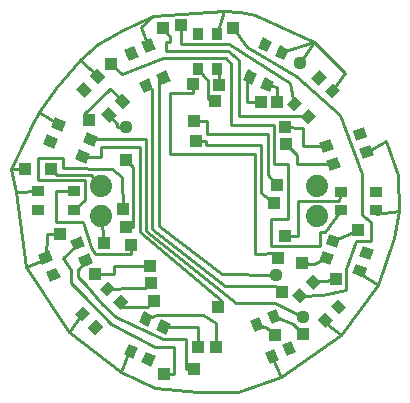
<source format=gbl>
G75*
%MOIN*%
%OFA0B0*%
%FSLAX24Y24*%
%IPPOS*%
%LPD*%
%AMOC8*
5,1,8,0,0,1.08239X$1,22.5*
%
%ADD10R,0.0394X0.0354*%
%ADD11R,0.0354X0.0394*%
%ADD12C,0.0740*%
%ADD13C,0.0100*%
%ADD14R,0.0436X0.0436*%
%ADD15C,0.0440*%
D10*
G36*
X003106Y003298D02*
X002828Y003020D01*
X002578Y003270D01*
X002856Y003548D01*
X003106Y003298D01*
G37*
G36*
X003552Y002852D02*
X003274Y002574D01*
X003024Y002824D01*
X003302Y003102D01*
X003552Y002852D01*
G37*
G36*
X004387Y003688D02*
X004109Y003410D01*
X003859Y003660D01*
X004137Y003938D01*
X004387Y003688D01*
G37*
G36*
X005206Y003211D02*
X005040Y002855D01*
X004720Y003005D01*
X004886Y003361D01*
X005206Y003211D01*
G37*
G36*
X005776Y002944D02*
X005610Y002588D01*
X005290Y002738D01*
X005456Y003094D01*
X005776Y002944D01*
G37*
G36*
X005277Y001874D02*
X005111Y001518D01*
X004791Y001668D01*
X004957Y002024D01*
X005277Y001874D01*
G37*
G36*
X004706Y002140D02*
X004540Y001784D01*
X004220Y001934D01*
X004386Y002290D01*
X004706Y002140D01*
G37*
G36*
X003942Y004133D02*
X003664Y003855D01*
X003414Y004105D01*
X003692Y004383D01*
X003942Y004133D01*
G37*
G36*
X003197Y004980D02*
X002839Y004820D01*
X002695Y005142D01*
X003053Y005302D01*
X003197Y004980D01*
G37*
G36*
X002940Y005556D02*
X002582Y005396D01*
X002438Y005718D01*
X002796Y005878D01*
X002940Y005556D01*
G37*
G36*
X002118Y004500D02*
X001760Y004340D01*
X001616Y004662D01*
X001974Y004822D01*
X002118Y004500D01*
G37*
G36*
X001861Y005075D02*
X001503Y004915D01*
X001359Y005237D01*
X001717Y005397D01*
X001861Y005075D01*
G37*
X001372Y006731D03*
X001372Y007361D03*
X002554Y007361D03*
X002554Y006731D03*
G36*
X002948Y008279D02*
X002592Y008445D01*
X002742Y008765D01*
X003098Y008599D01*
X002948Y008279D01*
G37*
G36*
X003215Y008850D02*
X002859Y009016D01*
X003009Y009336D01*
X003365Y009170D01*
X003215Y008850D01*
G37*
G36*
X003751Y009657D02*
X003473Y009935D01*
X003723Y010185D01*
X004001Y009907D01*
X003751Y009657D01*
G37*
G36*
X004196Y010103D02*
X003918Y010381D01*
X004168Y010631D01*
X004446Y010353D01*
X004196Y010103D01*
G37*
G36*
X004889Y010636D02*
X004723Y010992D01*
X005043Y011142D01*
X005209Y010786D01*
X004889Y010636D01*
G37*
G36*
X005460Y010902D02*
X005294Y011258D01*
X005614Y011408D01*
X005780Y011052D01*
X005460Y010902D01*
G37*
G36*
X004390Y011707D02*
X004224Y012063D01*
X004544Y012213D01*
X004710Y011857D01*
X004390Y011707D01*
G37*
G36*
X004961Y011973D02*
X004795Y012329D01*
X005115Y012479D01*
X005281Y012123D01*
X004961Y011973D01*
G37*
G36*
X003361Y010938D02*
X003083Y011216D01*
X003333Y011466D01*
X003611Y011188D01*
X003361Y010938D01*
G37*
G36*
X002915Y010492D02*
X002637Y010770D01*
X002887Y011020D01*
X003165Y010742D01*
X002915Y010492D01*
G37*
G36*
X002144Y009350D02*
X001788Y009516D01*
X001938Y009836D01*
X002294Y009670D01*
X002144Y009350D01*
G37*
G36*
X001878Y008779D02*
X001522Y008945D01*
X001672Y009265D01*
X002028Y009099D01*
X001878Y008779D01*
G37*
G36*
X008185Y011076D02*
X008351Y011432D01*
X008671Y011282D01*
X008505Y010926D01*
X008185Y011076D01*
G37*
G36*
X008756Y010810D02*
X008922Y011166D01*
X009242Y011016D01*
X009076Y010660D01*
X008756Y010810D01*
G37*
G36*
X009646Y010266D02*
X009913Y010553D01*
X010172Y010312D01*
X009905Y010025D01*
X009646Y010266D01*
G37*
G36*
X010106Y009837D02*
X010373Y010124D01*
X010632Y009883D01*
X010365Y009596D01*
X010106Y009837D01*
G37*
G36*
X010740Y008966D02*
X011109Y009101D01*
X011230Y008770D01*
X010861Y008635D01*
X010740Y008966D01*
G37*
G36*
X010956Y008374D02*
X011325Y008509D01*
X011446Y008178D01*
X011077Y008043D01*
X010956Y008374D01*
G37*
X011451Y007357D03*
X011451Y006727D03*
G36*
X011069Y005954D02*
X011438Y005819D01*
X011317Y005488D01*
X010948Y005623D01*
X011069Y005954D01*
G37*
G36*
X010853Y005362D02*
X011222Y005227D01*
X011101Y004896D01*
X010732Y005031D01*
X010853Y005362D01*
G37*
G36*
X010511Y004608D02*
X010793Y004335D01*
X010547Y004080D01*
X010265Y004353D01*
X010511Y004608D01*
G37*
G36*
X010073Y004155D02*
X010355Y003882D01*
X010109Y003627D01*
X009827Y003900D01*
X010073Y004155D01*
G37*
G36*
X009304Y003447D02*
X009470Y003091D01*
X009150Y002941D01*
X008984Y003297D01*
X009304Y003447D01*
G37*
G36*
X008733Y003181D02*
X008899Y002825D01*
X008579Y002675D01*
X008413Y003031D01*
X008733Y003181D01*
G37*
G36*
X009803Y002377D02*
X009969Y002021D01*
X009649Y001871D01*
X009483Y002227D01*
X009803Y002377D01*
G37*
G36*
X009232Y002111D02*
X009398Y001755D01*
X009078Y001605D01*
X008912Y001961D01*
X009232Y002111D01*
G37*
G36*
X010923Y003334D02*
X011205Y003061D01*
X010959Y002806D01*
X010677Y003079D01*
X010923Y003334D01*
G37*
G36*
X011360Y003787D02*
X011642Y003514D01*
X011396Y003259D01*
X011114Y003532D01*
X011360Y003787D01*
G37*
G36*
X011963Y004958D02*
X012332Y004823D01*
X012211Y004492D01*
X011842Y004627D01*
X011963Y004958D01*
G37*
G36*
X012179Y005550D02*
X012548Y005415D01*
X012427Y005084D01*
X012058Y005219D01*
X012179Y005550D01*
G37*
X012632Y006727D03*
X012632Y007357D03*
G36*
X012066Y008778D02*
X012435Y008913D01*
X012556Y008582D01*
X012187Y008447D01*
X012066Y008778D01*
G37*
G36*
X011850Y009370D02*
X012219Y009505D01*
X012340Y009174D01*
X011971Y009039D01*
X011850Y009370D01*
G37*
G36*
X010912Y010700D02*
X011179Y010987D01*
X011438Y010746D01*
X011171Y010459D01*
X010912Y010700D01*
G37*
G36*
X010451Y011130D02*
X010718Y011417D01*
X010977Y011176D01*
X010710Y010889D01*
X010451Y011130D01*
G37*
G36*
X009255Y011880D02*
X009421Y012236D01*
X009741Y012086D01*
X009575Y011730D01*
X009255Y011880D01*
G37*
G36*
X008684Y012146D02*
X008850Y012502D01*
X009170Y012352D01*
X009004Y011996D01*
X008684Y012146D01*
G37*
D11*
X007313Y012624D03*
X006683Y012624D03*
X006683Y011443D03*
X007313Y011443D03*
D12*
X010656Y007542D03*
X010656Y006542D03*
X003459Y006534D03*
X003459Y007534D03*
D13*
X002842Y003284D02*
X002377Y002663D01*
X004124Y001357D01*
X005254Y000825D01*
X006699Y000680D01*
X008034Y000680D01*
X009450Y001164D01*
X009155Y001858D01*
X009274Y002581D02*
X009003Y002817D01*
X008656Y002928D01*
X009227Y003194D02*
X009865Y002935D01*
X010199Y002601D01*
X010207Y003183D02*
X009254Y003644D01*
X007975Y003644D01*
X004963Y006050D01*
X004967Y009124D01*
X003117Y009117D01*
X003112Y009093D01*
X003467Y008857D02*
X004743Y008849D01*
X004743Y005998D01*
X007502Y003703D01*
X007365Y003526D01*
X007306Y002986D02*
X006872Y003250D01*
X005317Y003250D01*
X004963Y003108D01*
X004983Y003506D02*
X005219Y003703D01*
X004983Y003506D02*
X004136Y003500D01*
X004123Y003674D01*
X004510Y004143D02*
X003678Y004119D01*
X003880Y004593D02*
X003274Y004593D01*
X002955Y004235D02*
X003506Y003624D01*
X003959Y003172D01*
X005514Y002443D01*
X006302Y002443D01*
X006302Y001456D01*
X006574Y001456D01*
X005908Y001262D02*
X005908Y002187D01*
X005258Y002187D01*
X003802Y002935D01*
X002857Y003920D01*
X002443Y004320D01*
X002443Y004746D01*
X002207Y005140D01*
X002699Y005616D01*
X002689Y005637D01*
X003140Y005498D02*
X003250Y005277D01*
X004451Y005278D01*
X004451Y005573D01*
X004530Y006183D02*
X004294Y006183D01*
X004530Y006183D02*
X004530Y008172D01*
X004294Y008408D01*
X003840Y008125D02*
X002187Y008129D01*
X002187Y008475D01*
X001357Y008477D01*
X001357Y007737D01*
X002931Y007738D01*
X002931Y007081D01*
X002554Y006731D01*
X002855Y006341D02*
X003140Y005498D01*
X003546Y005652D02*
X003459Y006534D01*
X002855Y006341D02*
X001951Y006341D01*
X001951Y007365D01*
X002554Y007361D01*
X001999Y007921D02*
X001780Y008112D01*
X001999Y007921D02*
X003139Y007925D01*
X003459Y007534D01*
X003840Y008125D02*
X004157Y007837D01*
X004176Y006774D01*
X005172Y006120D02*
X007609Y004207D01*
X008301Y004207D01*
X009246Y004215D01*
X009491Y004018D01*
X009302Y004585D02*
X007479Y004593D01*
X005376Y006211D01*
X005400Y011097D01*
X005537Y011155D01*
X005172Y010766D02*
X005172Y006120D01*
X005081Y004865D02*
X003880Y004865D01*
X003880Y004593D01*
X004510Y004143D02*
X004924Y004136D01*
X005140Y004313D01*
X005533Y002841D02*
X006695Y002841D01*
X006695Y002187D01*
X007306Y002187D02*
X007306Y002986D01*
X005908Y001262D02*
X005573Y001262D01*
X004463Y002037D02*
X004380Y002057D01*
X004124Y001357D01*
X002377Y002663D02*
X000975Y004841D01*
X000615Y007328D01*
X001372Y007361D01*
X000615Y007328D02*
X000468Y008120D01*
X000930Y008116D01*
X000468Y008120D02*
X000963Y009152D01*
X001172Y009577D01*
X001384Y010014D01*
X002041Y009593D01*
X001384Y010014D02*
X001955Y010798D01*
X002759Y011727D01*
X003347Y011202D01*
X003762Y010790D02*
X004182Y010367D01*
X003762Y010790D02*
X002876Y009943D01*
X003073Y009727D01*
X003737Y009921D02*
X003993Y009622D01*
X003998Y009504D01*
X004294Y009498D01*
X003467Y008857D02*
X003467Y008519D01*
X002845Y008522D01*
X004966Y010889D02*
X005172Y010766D01*
X005770Y010632D02*
X006518Y010632D01*
X006518Y010947D01*
X007030Y011038D02*
X006683Y011443D01*
X007030Y011038D02*
X007030Y010435D01*
X007266Y010376D01*
X007404Y010908D02*
X007393Y011267D01*
X007313Y011443D01*
X007620Y011794D02*
X007778Y011597D01*
X007778Y009569D01*
X009235Y009569D01*
X009235Y008290D01*
X009680Y008290D01*
X009680Y006459D01*
X009136Y006459D01*
X009136Y005530D01*
X010743Y005530D01*
X010750Y006026D01*
X010928Y006026D01*
X011451Y006727D01*
X011400Y007042D02*
X010022Y007042D01*
X010022Y005888D01*
X009609Y005888D01*
X009333Y005298D02*
X008597Y005290D01*
X008597Y008617D01*
X005770Y008624D01*
X005770Y010632D01*
X006546Y009715D02*
X006983Y009715D01*
X006991Y009274D01*
X009018Y009274D01*
X009018Y007896D01*
X009313Y007581D01*
X008802Y007306D02*
X009235Y006991D01*
X008802Y007306D02*
X008802Y008920D01*
X006963Y008916D01*
X006960Y009035D01*
X006617Y009038D01*
X008054Y009865D02*
X008054Y011735D01*
X007680Y012030D01*
X005613Y012030D01*
X005613Y012345D01*
X005770Y012345D01*
X005770Y012522D01*
X005534Y012798D01*
X005191Y013219D02*
X004187Y012739D01*
X003361Y012266D01*
X002759Y011727D01*
X003782Y011617D02*
X004156Y011262D01*
X005514Y011794D01*
X007620Y011794D01*
X007719Y012266D02*
X006124Y012266D01*
X006124Y012896D01*
X005191Y013219D02*
X004782Y012845D01*
X005038Y012226D01*
X005191Y013219D02*
X007556Y013387D01*
X007313Y012624D01*
X007719Y012266D02*
X009766Y010987D01*
X009909Y010289D01*
X009333Y010337D02*
X009313Y010834D01*
X008999Y010913D01*
X008782Y010358D02*
X008782Y010357D01*
X008782Y010358D02*
X008329Y010358D01*
X008329Y011080D01*
X008428Y011179D01*
X009498Y011983D02*
X009597Y012057D01*
X010561Y012345D01*
X008577Y013250D01*
X008077Y013357D01*
X007556Y013387D01*
X007861Y012825D02*
X008329Y012168D01*
X009943Y011203D01*
X011439Y009904D01*
X012148Y007935D01*
X012168Y006573D01*
X012463Y006349D01*
X012463Y005711D01*
X011951Y005711D01*
X011636Y004786D01*
X011636Y004077D01*
X010820Y003910D01*
X010091Y003891D01*
X010529Y004344D02*
X011194Y004403D01*
X011282Y004451D01*
X010977Y005129D02*
X010565Y004959D01*
X010160Y004963D01*
X009353Y005140D02*
X009333Y005298D01*
X011193Y005721D02*
X012030Y006073D01*
X012617Y006617D02*
X012632Y006727D01*
X012617Y006617D02*
X013382Y006722D01*
X013349Y007896D01*
X012955Y009038D01*
X012311Y008680D01*
X011201Y008276D02*
X010000Y008290D01*
X010002Y008565D01*
X009628Y008939D01*
X009609Y009510D02*
X010198Y009491D01*
X010199Y008861D01*
X010985Y008868D01*
X010369Y009860D02*
X008054Y009865D01*
X010097Y011628D02*
X010557Y012349D01*
X011609Y011325D01*
X011175Y010723D01*
X010097Y011628D02*
X010561Y012345D01*
X011451Y007357D02*
X011400Y007042D01*
X013382Y006722D02*
X013235Y005806D01*
X012695Y004239D01*
X012117Y004617D01*
X012087Y004725D01*
X012695Y004239D02*
X011463Y002573D01*
X009450Y001164D01*
X010979Y002939D02*
X010941Y003070D01*
X010979Y002939D02*
X011463Y002573D01*
X002955Y004235D02*
X002699Y004494D01*
X002699Y004746D01*
X002955Y005045D01*
X002946Y005061D01*
X002089Y005928D02*
X001656Y005928D01*
X001610Y005156D01*
X001617Y005117D01*
X000975Y004841D01*
D14*
X002089Y005928D03*
X003274Y004593D03*
X003546Y005652D03*
X004294Y006183D03*
X004176Y006774D03*
X004451Y005573D03*
X005081Y004865D03*
X005140Y004313D03*
X005219Y003703D03*
X006695Y002187D03*
X007306Y002187D03*
X006574Y001456D03*
X005573Y001262D03*
X007365Y003526D03*
X009274Y002581D03*
X010199Y002601D03*
X009491Y004018D03*
X010160Y004963D03*
X009353Y005140D03*
X009609Y005888D03*
X009235Y006991D03*
X009313Y007581D03*
X009628Y008939D03*
X009609Y009510D03*
X009333Y010337D03*
X008782Y010357D03*
X007404Y010908D03*
X007266Y010376D03*
X006518Y010947D03*
X006546Y009715D03*
X006617Y009038D03*
X004294Y008408D03*
X003073Y009727D03*
X001780Y008112D03*
X000930Y008116D03*
X003782Y011617D03*
X005534Y012798D03*
X006124Y012896D03*
X007861Y012825D03*
X012030Y006073D03*
X011282Y004451D03*
D15*
X010207Y003183D03*
X009302Y004585D03*
X004294Y009498D03*
X010097Y011628D03*
M02*

</source>
